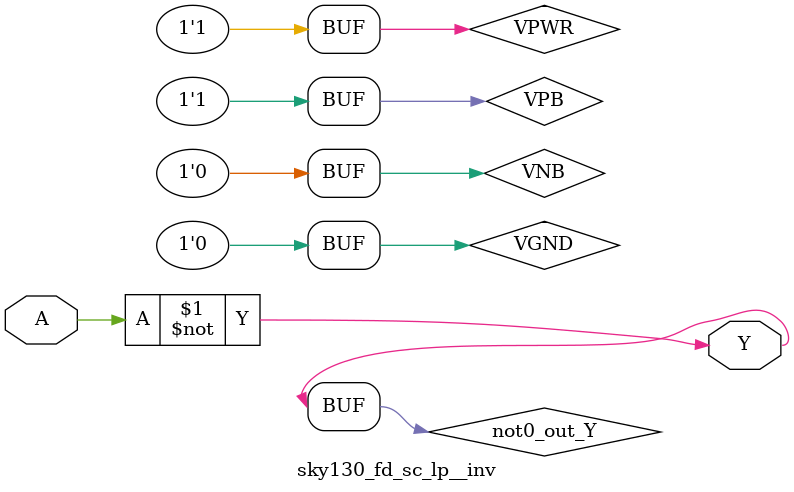
<source format=v>
/*
 * Copyright 2020 The SkyWater PDK Authors
 *
 * Licensed under the Apache License, Version 2.0 (the "License");
 * you may not use this file except in compliance with the License.
 * You may obtain a copy of the License at
 *
 *     https://www.apache.org/licenses/LICENSE-2.0
 *
 * Unless required by applicable law or agreed to in writing, software
 * distributed under the License is distributed on an "AS IS" BASIS,
 * WITHOUT WARRANTIES OR CONDITIONS OF ANY KIND, either express or implied.
 * See the License for the specific language governing permissions and
 * limitations under the License.
 *
 * SPDX-License-Identifier: Apache-2.0
*/


`ifndef SKY130_FD_SC_LP__INV_TIMING_V
`define SKY130_FD_SC_LP__INV_TIMING_V

/**
 * inv: Inverter.
 *
 * Verilog simulation timing model.
 */

`timescale 1ns / 1ps
`default_nettype none

`celldefine
module sky130_fd_sc_lp__inv (
    Y,
    A
);

    // Module ports
    output Y;
    input  A;

    // Module supplies
    supply1 VPWR;
    supply0 VGND;
    supply1 VPB ;
    supply0 VNB ;

    // Local signals
    wire not0_out_Y;

    //  Name  Output      Other arguments
    not not0 (not0_out_Y, A              );
    buf buf0 (Y         , not0_out_Y     );

endmodule
`endcelldefine

`default_nettype wire
`endif  // SKY130_FD_SC_LP__INV_TIMING_V

</source>
